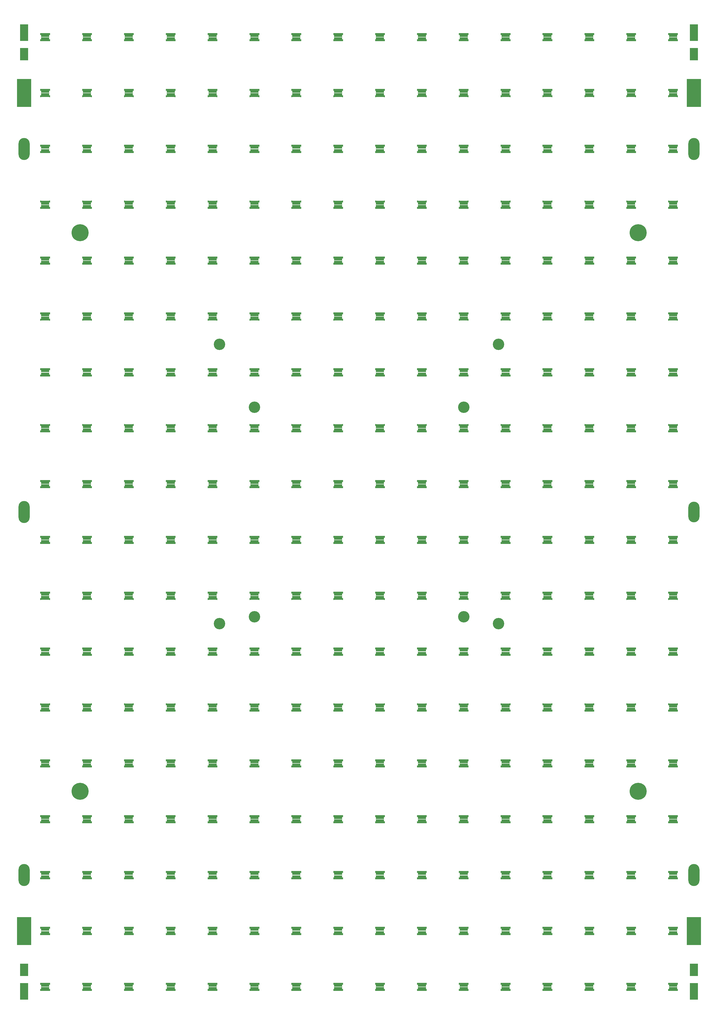
<source format=gts>
%FSLAX25Y25*%
%MOIN*%
G70*
G01*
G75*
G04 Layer_Color=8388736*
%ADD10R,0.10827X0.16929*%
%ADD11R,0.10827X0.22835*%
%ADD12R,0.11024X0.04921*%
%ADD13R,0.01378X0.02165*%
%ADD14R,0.19685X0.39370*%
%ADD15O,0.15748X0.31102*%
%ADD16O,0.15748X0.29134*%
%ADD17C,0.23622*%
%ADD18C,0.15748*%
%ADD19C,0.01181*%
%ADD20C,0.00100*%
%ADD21C,0.03937*%
%ADD22R,0.10630X0.04528*%
%ADD23R,0.00984X0.01772*%
%ADD24R,0.11221X0.17323*%
%ADD25R,0.11221X0.23228*%
%ADD26R,0.11417X0.05315*%
%ADD27R,0.01772X0.02559*%
%ADD28R,0.20079X0.39764*%
%ADD29C,0.24016*%
%ADD30C,0.16142*%
D15*
X-472441Y-511811D02*
D03*
X472441Y511811D02*
D03*
Y-511811D02*
D03*
X-472441Y511811D02*
D03*
Y0D02*
D03*
D16*
X472441D02*
D03*
D24*
X-472441Y-645177D02*
D03*
X472441D02*
D03*
X-472441Y645177D02*
D03*
X472441D02*
D03*
D25*
X-472441Y-675689D02*
D03*
X472441D02*
D03*
X-472441Y675689D02*
D03*
X472441D02*
D03*
D26*
X-442913Y672342D02*
D03*
Y666240D02*
D03*
X-383858Y672342D02*
D03*
Y666240D02*
D03*
X-324803Y672342D02*
D03*
Y666240D02*
D03*
X-265748Y672342D02*
D03*
Y666240D02*
D03*
X-206693Y672342D02*
D03*
Y666240D02*
D03*
X-147638Y672342D02*
D03*
Y666240D02*
D03*
X-88583Y672342D02*
D03*
Y666240D02*
D03*
X-29528Y672342D02*
D03*
Y666240D02*
D03*
X29528Y672342D02*
D03*
Y666240D02*
D03*
X88583Y672342D02*
D03*
Y666240D02*
D03*
X147638Y672342D02*
D03*
Y666240D02*
D03*
X206693Y672342D02*
D03*
Y666240D02*
D03*
X265748Y672342D02*
D03*
Y666240D02*
D03*
X324803Y672342D02*
D03*
Y666240D02*
D03*
X383858Y672342D02*
D03*
Y666240D02*
D03*
X442913Y672342D02*
D03*
Y666240D02*
D03*
X-442913Y593602D02*
D03*
Y587500D02*
D03*
X-383858Y593602D02*
D03*
Y587500D02*
D03*
X-324803Y593602D02*
D03*
Y587500D02*
D03*
X-265748Y593602D02*
D03*
Y587500D02*
D03*
X-206693Y593602D02*
D03*
Y587500D02*
D03*
X-147638Y593602D02*
D03*
Y587500D02*
D03*
X-88583Y593602D02*
D03*
Y587500D02*
D03*
X-29528Y593602D02*
D03*
Y587500D02*
D03*
X29528Y593602D02*
D03*
Y587500D02*
D03*
X88583Y593602D02*
D03*
Y587500D02*
D03*
X147638Y593602D02*
D03*
Y587500D02*
D03*
X206693Y593602D02*
D03*
Y587500D02*
D03*
X265748Y593602D02*
D03*
Y587500D02*
D03*
X324803Y593602D02*
D03*
Y587500D02*
D03*
X383858Y593602D02*
D03*
Y587500D02*
D03*
X442913Y593602D02*
D03*
Y587500D02*
D03*
X-442913Y514862D02*
D03*
Y508760D02*
D03*
X-383858Y514862D02*
D03*
Y508760D02*
D03*
X-324803Y514862D02*
D03*
Y508760D02*
D03*
X-265748Y514862D02*
D03*
Y508760D02*
D03*
X-206693Y514862D02*
D03*
Y508760D02*
D03*
X-147638Y514862D02*
D03*
Y508760D02*
D03*
X-88583Y514862D02*
D03*
Y508760D02*
D03*
X-29528Y514862D02*
D03*
Y508760D02*
D03*
X29528Y514862D02*
D03*
Y508760D02*
D03*
X88583Y514862D02*
D03*
Y508760D02*
D03*
X147638Y514862D02*
D03*
Y508760D02*
D03*
X206693Y514862D02*
D03*
Y508760D02*
D03*
X265748Y514862D02*
D03*
Y508760D02*
D03*
X324803Y514862D02*
D03*
Y508760D02*
D03*
X383858Y514862D02*
D03*
Y508760D02*
D03*
X442913Y514862D02*
D03*
Y508760D02*
D03*
X-442913Y436122D02*
D03*
Y430020D02*
D03*
X-383858Y436122D02*
D03*
Y430020D02*
D03*
X-324803Y436122D02*
D03*
Y430020D02*
D03*
X-265748Y436122D02*
D03*
Y430020D02*
D03*
X-206693Y436122D02*
D03*
Y430020D02*
D03*
X-147638Y436122D02*
D03*
Y430020D02*
D03*
X-88583Y436122D02*
D03*
Y430020D02*
D03*
X-29528Y436122D02*
D03*
Y430020D02*
D03*
X29528Y436122D02*
D03*
Y430020D02*
D03*
X88583Y436122D02*
D03*
Y430020D02*
D03*
X147638Y436122D02*
D03*
Y430020D02*
D03*
X206693Y436122D02*
D03*
Y430020D02*
D03*
X265748Y436122D02*
D03*
Y430020D02*
D03*
X324803Y436122D02*
D03*
Y430020D02*
D03*
X383858Y436122D02*
D03*
Y430020D02*
D03*
X442913Y436122D02*
D03*
Y430020D02*
D03*
X-442913Y357382D02*
D03*
Y351279D02*
D03*
X-383858Y357382D02*
D03*
Y351279D02*
D03*
X-324803Y357382D02*
D03*
Y351279D02*
D03*
X-265748Y357382D02*
D03*
Y351279D02*
D03*
X-206693Y357382D02*
D03*
Y351279D02*
D03*
X-147638Y357382D02*
D03*
Y351279D02*
D03*
X-88583Y357382D02*
D03*
Y351279D02*
D03*
X-29528Y357382D02*
D03*
Y351279D02*
D03*
X29528Y357382D02*
D03*
Y351279D02*
D03*
X88583Y357382D02*
D03*
Y351279D02*
D03*
X147638Y357382D02*
D03*
Y351279D02*
D03*
X206693Y357382D02*
D03*
Y351279D02*
D03*
X265748Y357382D02*
D03*
Y351279D02*
D03*
X324803Y357382D02*
D03*
Y351279D02*
D03*
X383858Y357382D02*
D03*
Y351279D02*
D03*
X442913Y357382D02*
D03*
Y351279D02*
D03*
X-442913Y278642D02*
D03*
Y272539D02*
D03*
X-383858Y278642D02*
D03*
Y272539D02*
D03*
X-324803Y278642D02*
D03*
Y272539D02*
D03*
X-265748Y278642D02*
D03*
Y272539D02*
D03*
X-206693Y278642D02*
D03*
Y272539D02*
D03*
X-147638Y278642D02*
D03*
Y272539D02*
D03*
X-88583Y278642D02*
D03*
Y272539D02*
D03*
X-29528Y278642D02*
D03*
Y272539D02*
D03*
X29528Y278642D02*
D03*
Y272539D02*
D03*
X88583Y278642D02*
D03*
Y272539D02*
D03*
X147638Y278642D02*
D03*
Y272539D02*
D03*
X206693Y278642D02*
D03*
Y272539D02*
D03*
X265748Y278642D02*
D03*
Y272539D02*
D03*
X324803Y278642D02*
D03*
Y272539D02*
D03*
X383858Y278642D02*
D03*
Y272539D02*
D03*
X442913Y278642D02*
D03*
Y272539D02*
D03*
X-442913Y199901D02*
D03*
Y193799D02*
D03*
X-383858Y199901D02*
D03*
Y193799D02*
D03*
X-324803Y199901D02*
D03*
Y193799D02*
D03*
X-265748Y199901D02*
D03*
Y193799D02*
D03*
X-206693Y199901D02*
D03*
Y193799D02*
D03*
X-147638Y199901D02*
D03*
Y193799D02*
D03*
X-88583Y199901D02*
D03*
Y193799D02*
D03*
X-29528Y199901D02*
D03*
Y193799D02*
D03*
X29528Y199901D02*
D03*
Y193799D02*
D03*
X88583Y199901D02*
D03*
Y193799D02*
D03*
X147638Y199901D02*
D03*
Y193799D02*
D03*
X206693Y199901D02*
D03*
Y193799D02*
D03*
X265748Y199901D02*
D03*
Y193799D02*
D03*
X324803Y199901D02*
D03*
Y193799D02*
D03*
X383858Y199901D02*
D03*
Y193799D02*
D03*
X442913Y199901D02*
D03*
Y193799D02*
D03*
X-442913Y121161D02*
D03*
Y115059D02*
D03*
X-383858Y121161D02*
D03*
Y115059D02*
D03*
X-324803Y121161D02*
D03*
Y115059D02*
D03*
X-265748Y121161D02*
D03*
Y115059D02*
D03*
X-206693Y121161D02*
D03*
Y115059D02*
D03*
X-147638Y121161D02*
D03*
Y115059D02*
D03*
X-88583Y121161D02*
D03*
Y115059D02*
D03*
X-29528Y121161D02*
D03*
Y115059D02*
D03*
X29528Y121161D02*
D03*
Y115059D02*
D03*
X88583Y121161D02*
D03*
Y115059D02*
D03*
X147638Y121161D02*
D03*
Y115059D02*
D03*
X206693Y121161D02*
D03*
Y115059D02*
D03*
X265748Y121161D02*
D03*
Y115059D02*
D03*
X324803Y121161D02*
D03*
Y115059D02*
D03*
X383858Y121161D02*
D03*
Y115059D02*
D03*
X442913Y121161D02*
D03*
Y115059D02*
D03*
X-442913Y42421D02*
D03*
Y36319D02*
D03*
X-383858Y42421D02*
D03*
Y36319D02*
D03*
X-324803Y42421D02*
D03*
Y36319D02*
D03*
X-265748Y42421D02*
D03*
Y36319D02*
D03*
X-206693Y42421D02*
D03*
Y36319D02*
D03*
X-147638Y42421D02*
D03*
Y36319D02*
D03*
X-88583Y42421D02*
D03*
Y36319D02*
D03*
X-29528Y42421D02*
D03*
Y36319D02*
D03*
X29528Y42421D02*
D03*
Y36319D02*
D03*
X88583Y42421D02*
D03*
Y36319D02*
D03*
X147638Y42421D02*
D03*
Y36319D02*
D03*
X206693Y42421D02*
D03*
Y36319D02*
D03*
X265748Y42421D02*
D03*
Y36319D02*
D03*
X324803Y42421D02*
D03*
Y36319D02*
D03*
X383858Y42421D02*
D03*
Y36319D02*
D03*
X442913Y42421D02*
D03*
Y36319D02*
D03*
X-442913Y-36319D02*
D03*
Y-42421D02*
D03*
X-383858Y-36319D02*
D03*
Y-42421D02*
D03*
X-324803Y-36319D02*
D03*
Y-42421D02*
D03*
X-265748Y-36319D02*
D03*
Y-42421D02*
D03*
X-206693Y-36319D02*
D03*
Y-42421D02*
D03*
X-147638Y-36319D02*
D03*
Y-42421D02*
D03*
X-88583Y-36319D02*
D03*
Y-42421D02*
D03*
X-29528Y-36319D02*
D03*
Y-42421D02*
D03*
X29528Y-36319D02*
D03*
Y-42421D02*
D03*
X88583Y-36319D02*
D03*
Y-42421D02*
D03*
X147638Y-36319D02*
D03*
Y-42421D02*
D03*
X206693Y-36319D02*
D03*
Y-42421D02*
D03*
X265748Y-36319D02*
D03*
Y-42421D02*
D03*
X324803Y-36319D02*
D03*
Y-42421D02*
D03*
X383858Y-36319D02*
D03*
Y-42421D02*
D03*
X442913Y-36319D02*
D03*
Y-42421D02*
D03*
X-442913Y-115059D02*
D03*
Y-121161D02*
D03*
X-383858Y-115059D02*
D03*
Y-121161D02*
D03*
X-324803Y-115059D02*
D03*
Y-121161D02*
D03*
X-265748Y-115059D02*
D03*
Y-121161D02*
D03*
X-206693Y-115059D02*
D03*
Y-121161D02*
D03*
X-147638Y-115059D02*
D03*
Y-121161D02*
D03*
X-88583Y-115059D02*
D03*
Y-121161D02*
D03*
X-29528Y-115059D02*
D03*
Y-121161D02*
D03*
X29528Y-115059D02*
D03*
Y-121161D02*
D03*
X88583Y-115059D02*
D03*
Y-121161D02*
D03*
X147638Y-115059D02*
D03*
Y-121161D02*
D03*
X206693Y-115059D02*
D03*
Y-121161D02*
D03*
X265748Y-115059D02*
D03*
Y-121161D02*
D03*
X324803Y-115059D02*
D03*
Y-121161D02*
D03*
X383858Y-115059D02*
D03*
Y-121161D02*
D03*
X442913Y-115059D02*
D03*
Y-121161D02*
D03*
X-442913Y-193799D02*
D03*
Y-199902D02*
D03*
X-383858Y-193799D02*
D03*
Y-199902D02*
D03*
X-324803Y-193799D02*
D03*
Y-199902D02*
D03*
X-265748Y-193799D02*
D03*
Y-199902D02*
D03*
X-206693Y-193799D02*
D03*
Y-199902D02*
D03*
X-147638Y-193799D02*
D03*
Y-199902D02*
D03*
X-88583Y-193799D02*
D03*
Y-199902D02*
D03*
X-29528Y-193799D02*
D03*
Y-199902D02*
D03*
X29528Y-193799D02*
D03*
Y-199902D02*
D03*
X88583Y-193799D02*
D03*
Y-199902D02*
D03*
X147638Y-193799D02*
D03*
Y-199902D02*
D03*
X206693Y-193799D02*
D03*
Y-199902D02*
D03*
X265748Y-193799D02*
D03*
Y-199902D02*
D03*
X324803Y-193799D02*
D03*
Y-199902D02*
D03*
X383858Y-193799D02*
D03*
Y-199902D02*
D03*
X442913Y-193799D02*
D03*
Y-199902D02*
D03*
X-442913Y-272539D02*
D03*
Y-278642D02*
D03*
X-383858Y-272539D02*
D03*
Y-278642D02*
D03*
X-324803Y-272539D02*
D03*
Y-278642D02*
D03*
X-265748Y-272539D02*
D03*
Y-278642D02*
D03*
X-206693Y-272539D02*
D03*
Y-278642D02*
D03*
X-147638Y-272539D02*
D03*
Y-278642D02*
D03*
X-88583Y-272539D02*
D03*
Y-278642D02*
D03*
X-29528Y-272539D02*
D03*
Y-278642D02*
D03*
X29528Y-272539D02*
D03*
Y-278642D02*
D03*
X88583Y-272539D02*
D03*
Y-278642D02*
D03*
X147638Y-272539D02*
D03*
Y-278642D02*
D03*
X206693Y-272539D02*
D03*
Y-278642D02*
D03*
X265748Y-272539D02*
D03*
Y-278642D02*
D03*
X324803Y-272539D02*
D03*
Y-278642D02*
D03*
X383858Y-272539D02*
D03*
Y-278642D02*
D03*
X442913Y-272539D02*
D03*
Y-278642D02*
D03*
X-442913Y-351280D02*
D03*
Y-357382D02*
D03*
X-383858Y-351280D02*
D03*
Y-357382D02*
D03*
X-324803Y-351280D02*
D03*
Y-357382D02*
D03*
X-265748Y-351280D02*
D03*
Y-357382D02*
D03*
X-206693Y-351280D02*
D03*
Y-357382D02*
D03*
X-147638Y-351280D02*
D03*
Y-357382D02*
D03*
X-88583Y-351280D02*
D03*
Y-357382D02*
D03*
X-29528Y-351280D02*
D03*
Y-357382D02*
D03*
X29528Y-351280D02*
D03*
Y-357382D02*
D03*
X88583Y-351280D02*
D03*
Y-357382D02*
D03*
X147638Y-351280D02*
D03*
Y-357382D02*
D03*
X206693Y-351280D02*
D03*
Y-357382D02*
D03*
X265748Y-351280D02*
D03*
Y-357382D02*
D03*
X324803Y-351280D02*
D03*
Y-357382D02*
D03*
X383858Y-351280D02*
D03*
Y-357382D02*
D03*
X442913Y-351280D02*
D03*
Y-357382D02*
D03*
X-442913Y-430020D02*
D03*
Y-436122D02*
D03*
X-383858Y-430020D02*
D03*
Y-436122D02*
D03*
X-324803Y-430020D02*
D03*
Y-436122D02*
D03*
X-265748Y-430020D02*
D03*
Y-436122D02*
D03*
X-206693Y-430020D02*
D03*
Y-436122D02*
D03*
X-147638Y-430020D02*
D03*
Y-436122D02*
D03*
X-88583Y-430020D02*
D03*
Y-436122D02*
D03*
X-29528Y-430020D02*
D03*
Y-436122D02*
D03*
X29528Y-430020D02*
D03*
Y-436122D02*
D03*
X88583Y-430020D02*
D03*
Y-436122D02*
D03*
X147638Y-430020D02*
D03*
Y-436122D02*
D03*
X206693Y-430020D02*
D03*
Y-436122D02*
D03*
X265748Y-430020D02*
D03*
Y-436122D02*
D03*
X324803Y-430020D02*
D03*
Y-436122D02*
D03*
X383858Y-430020D02*
D03*
Y-436122D02*
D03*
X442913Y-430020D02*
D03*
Y-436122D02*
D03*
X-442913Y-508760D02*
D03*
Y-514862D02*
D03*
X-383858Y-508760D02*
D03*
Y-514862D02*
D03*
X-324803Y-508760D02*
D03*
Y-514862D02*
D03*
X-265748Y-508760D02*
D03*
Y-514862D02*
D03*
X-206693Y-508760D02*
D03*
Y-514862D02*
D03*
X-147638Y-508760D02*
D03*
Y-514862D02*
D03*
X-88583Y-508760D02*
D03*
Y-514862D02*
D03*
X-29528Y-508760D02*
D03*
Y-514862D02*
D03*
X29528Y-508760D02*
D03*
Y-514862D02*
D03*
X88583Y-508760D02*
D03*
Y-514862D02*
D03*
X147638Y-508760D02*
D03*
Y-514862D02*
D03*
X206693Y-508760D02*
D03*
Y-514862D02*
D03*
X265748Y-508760D02*
D03*
Y-514862D02*
D03*
X324803Y-508760D02*
D03*
Y-514862D02*
D03*
X383858Y-508760D02*
D03*
Y-514862D02*
D03*
X442913Y-508760D02*
D03*
Y-514862D02*
D03*
X-442913Y-587500D02*
D03*
Y-593602D02*
D03*
X-383858Y-587500D02*
D03*
Y-593602D02*
D03*
X-324803Y-587500D02*
D03*
Y-593602D02*
D03*
X-265748Y-587500D02*
D03*
Y-593602D02*
D03*
X-206693Y-587500D02*
D03*
Y-593602D02*
D03*
X-147638Y-587500D02*
D03*
Y-593602D02*
D03*
X-88583Y-587500D02*
D03*
Y-593602D02*
D03*
X-29528Y-587500D02*
D03*
Y-593602D02*
D03*
X29528Y-587500D02*
D03*
Y-593602D02*
D03*
X88583Y-587500D02*
D03*
Y-593602D02*
D03*
X147638Y-587500D02*
D03*
Y-593602D02*
D03*
X206693Y-587500D02*
D03*
Y-593602D02*
D03*
X265748Y-587500D02*
D03*
Y-593602D02*
D03*
X324803Y-587500D02*
D03*
Y-593602D02*
D03*
X383858Y-587500D02*
D03*
Y-593602D02*
D03*
X442913Y-587500D02*
D03*
Y-593602D02*
D03*
X-442913Y-666240D02*
D03*
Y-672342D02*
D03*
X-383858Y-666240D02*
D03*
Y-672342D02*
D03*
X-324803Y-666240D02*
D03*
Y-672342D02*
D03*
X-265748Y-666240D02*
D03*
Y-672342D02*
D03*
X-206693Y-666240D02*
D03*
Y-672342D02*
D03*
X-147638Y-666240D02*
D03*
Y-672342D02*
D03*
X-88583Y-666240D02*
D03*
Y-672342D02*
D03*
X-29528Y-666240D02*
D03*
Y-672342D02*
D03*
X29528Y-666240D02*
D03*
Y-672342D02*
D03*
X88583Y-666240D02*
D03*
Y-672342D02*
D03*
X147638Y-666240D02*
D03*
Y-672342D02*
D03*
X206693Y-666240D02*
D03*
Y-672342D02*
D03*
X265748Y-666240D02*
D03*
Y-672342D02*
D03*
X324803Y-666240D02*
D03*
Y-672342D02*
D03*
X383858Y-666240D02*
D03*
Y-672342D02*
D03*
X442913Y-666240D02*
D03*
Y-672342D02*
D03*
D27*
X-449114Y673721D02*
D03*
X-436713D02*
D03*
X-449114Y664862D02*
D03*
X-436713D02*
D03*
X-390059Y673721D02*
D03*
X-377658D02*
D03*
X-390059Y664862D02*
D03*
X-377658D02*
D03*
X-331004Y673721D02*
D03*
X-318602D02*
D03*
X-331004Y664862D02*
D03*
X-318602D02*
D03*
X-271949Y673721D02*
D03*
X-259547D02*
D03*
X-271949Y664862D02*
D03*
X-259547D02*
D03*
X-212894Y673721D02*
D03*
X-200492D02*
D03*
X-212894Y664862D02*
D03*
X-200492D02*
D03*
X-153839Y673721D02*
D03*
X-141437D02*
D03*
X-153839Y664862D02*
D03*
X-141437D02*
D03*
X-94784Y673721D02*
D03*
X-82382D02*
D03*
X-94784Y664862D02*
D03*
X-82382D02*
D03*
X-35728Y673721D02*
D03*
X-23327D02*
D03*
X-35728Y664862D02*
D03*
X-23327D02*
D03*
X23327Y673720D02*
D03*
X35728D02*
D03*
X23327Y664862D02*
D03*
X35728D02*
D03*
X82382Y673720D02*
D03*
X94784D02*
D03*
X82382Y664862D02*
D03*
X94784D02*
D03*
X141437Y673720D02*
D03*
X153839D02*
D03*
X141437Y664862D02*
D03*
X153839D02*
D03*
X200492Y673720D02*
D03*
X212894D02*
D03*
X200492Y664862D02*
D03*
X212894D02*
D03*
X259547Y673720D02*
D03*
X271949D02*
D03*
X259547Y664862D02*
D03*
X271949D02*
D03*
X318602Y673720D02*
D03*
X331004D02*
D03*
X318602Y664862D02*
D03*
X331004D02*
D03*
X377658Y673720D02*
D03*
X390059D02*
D03*
X377658Y664862D02*
D03*
X390059D02*
D03*
X436713Y673720D02*
D03*
X449114D02*
D03*
X436713Y664862D02*
D03*
X449114D02*
D03*
X-449114Y594980D02*
D03*
X-436713D02*
D03*
X-449114Y586122D02*
D03*
X-436713D02*
D03*
X-390059Y594980D02*
D03*
X-377658D02*
D03*
X-390059Y586122D02*
D03*
X-377658D02*
D03*
X-331004Y594980D02*
D03*
X-318602D02*
D03*
X-331004Y586122D02*
D03*
X-318602D02*
D03*
X-271949Y594980D02*
D03*
X-259547D02*
D03*
X-271949Y586122D02*
D03*
X-259547D02*
D03*
X-212894Y594980D02*
D03*
X-200492D02*
D03*
X-212894Y586122D02*
D03*
X-200492D02*
D03*
X-153839Y594980D02*
D03*
X-141437D02*
D03*
X-153839Y586122D02*
D03*
X-141437D02*
D03*
X-94784Y594980D02*
D03*
X-82382D02*
D03*
X-94784Y586122D02*
D03*
X-82382D02*
D03*
X-35728Y594980D02*
D03*
X-23327D02*
D03*
X-35728Y586122D02*
D03*
X-23327D02*
D03*
X23327Y594980D02*
D03*
X35728D02*
D03*
X23327Y586122D02*
D03*
X35728D02*
D03*
X82382Y594980D02*
D03*
X94784D02*
D03*
X82382Y586122D02*
D03*
X94784D02*
D03*
X141437Y594980D02*
D03*
X153839D02*
D03*
X141437Y586122D02*
D03*
X153839D02*
D03*
X200492Y594980D02*
D03*
X212894D02*
D03*
X200492Y586122D02*
D03*
X212894D02*
D03*
X259547Y594980D02*
D03*
X271949D02*
D03*
X259547Y586122D02*
D03*
X271949D02*
D03*
X318602Y594980D02*
D03*
X331004D02*
D03*
X318602Y586122D02*
D03*
X331004D02*
D03*
X377658Y594980D02*
D03*
X390059D02*
D03*
X377658Y586122D02*
D03*
X390059D02*
D03*
X436713Y594980D02*
D03*
X449114D02*
D03*
X436713Y586122D02*
D03*
X449114D02*
D03*
X-449114Y516240D02*
D03*
X-436713D02*
D03*
X-449114Y507382D02*
D03*
X-436713D02*
D03*
X-390059Y516240D02*
D03*
X-377658D02*
D03*
X-390059Y507382D02*
D03*
X-377658D02*
D03*
X-331004Y516240D02*
D03*
X-318602D02*
D03*
X-331004Y507382D02*
D03*
X-318602D02*
D03*
X-271949Y516240D02*
D03*
X-259547D02*
D03*
X-271949Y507382D02*
D03*
X-259547D02*
D03*
X-212894Y516240D02*
D03*
X-200492D02*
D03*
X-212894Y507382D02*
D03*
X-200492D02*
D03*
X-153839Y516240D02*
D03*
X-141437D02*
D03*
X-153839Y507382D02*
D03*
X-141437D02*
D03*
X-94784Y516240D02*
D03*
X-82382D02*
D03*
X-94784Y507382D02*
D03*
X-82382D02*
D03*
X-35728Y516240D02*
D03*
X-23327D02*
D03*
X-35728Y507382D02*
D03*
X-23327D02*
D03*
X23327Y516240D02*
D03*
X35728D02*
D03*
X23327Y507382D02*
D03*
X35728D02*
D03*
X82382Y516240D02*
D03*
X94784D02*
D03*
X82382Y507382D02*
D03*
X94784D02*
D03*
X141437Y516240D02*
D03*
X153839D02*
D03*
X141437Y507382D02*
D03*
X153839D02*
D03*
X200492Y516240D02*
D03*
X212894D02*
D03*
X200492Y507382D02*
D03*
X212894D02*
D03*
X259547Y516240D02*
D03*
X271949D02*
D03*
X259547Y507382D02*
D03*
X271949D02*
D03*
X318602Y516240D02*
D03*
X331004D02*
D03*
X318602Y507382D02*
D03*
X331004D02*
D03*
X377658Y516240D02*
D03*
X390059D02*
D03*
X377658Y507382D02*
D03*
X390059D02*
D03*
X436713Y516240D02*
D03*
X449114D02*
D03*
X436713Y507382D02*
D03*
X449114D02*
D03*
X-449114Y437500D02*
D03*
X-436713D02*
D03*
X-449114Y428642D02*
D03*
X-436713D02*
D03*
X-390059Y437500D02*
D03*
X-377658D02*
D03*
X-390059Y428642D02*
D03*
X-377658D02*
D03*
X-331004Y437500D02*
D03*
X-318602D02*
D03*
X-331004Y428642D02*
D03*
X-318602D02*
D03*
X-271949Y437500D02*
D03*
X-259547D02*
D03*
X-271949Y428642D02*
D03*
X-259547D02*
D03*
X-212894Y437500D02*
D03*
X-200492D02*
D03*
X-212894Y428642D02*
D03*
X-200492D02*
D03*
X-153839Y437500D02*
D03*
X-141437D02*
D03*
X-153839Y428642D02*
D03*
X-141437D02*
D03*
X-94784Y437500D02*
D03*
X-82382D02*
D03*
X-94784Y428642D02*
D03*
X-82382D02*
D03*
X-35728Y437500D02*
D03*
X-23327D02*
D03*
X-35728Y428642D02*
D03*
X-23327D02*
D03*
X23327Y437500D02*
D03*
X35728D02*
D03*
X23327Y428642D02*
D03*
X35728D02*
D03*
X82382Y437500D02*
D03*
X94784D02*
D03*
X82382Y428642D02*
D03*
X94784D02*
D03*
X141437Y437500D02*
D03*
X153839D02*
D03*
X141437Y428642D02*
D03*
X153839D02*
D03*
X200492Y437500D02*
D03*
X212894D02*
D03*
X200492Y428642D02*
D03*
X212894D02*
D03*
X259547Y437500D02*
D03*
X271949D02*
D03*
X259547Y428642D02*
D03*
X271949D02*
D03*
X318602Y437500D02*
D03*
X331004D02*
D03*
X318602Y428642D02*
D03*
X331004D02*
D03*
X377658Y437500D02*
D03*
X390059D02*
D03*
X377658Y428642D02*
D03*
X390059D02*
D03*
X436713Y437500D02*
D03*
X449114D02*
D03*
X436713Y428642D02*
D03*
X449114D02*
D03*
X-449114Y358760D02*
D03*
X-436713D02*
D03*
X-449114Y349902D02*
D03*
X-436713D02*
D03*
X-390059Y358760D02*
D03*
X-377658D02*
D03*
X-390059Y349902D02*
D03*
X-377658D02*
D03*
X-331004Y358760D02*
D03*
X-318602D02*
D03*
X-331004Y349902D02*
D03*
X-318602D02*
D03*
X-271949Y358760D02*
D03*
X-259547D02*
D03*
X-271949Y349902D02*
D03*
X-259547D02*
D03*
X-212894Y358760D02*
D03*
X-200492D02*
D03*
X-212894Y349902D02*
D03*
X-200492D02*
D03*
X-153839Y358760D02*
D03*
X-141437D02*
D03*
X-153839Y349902D02*
D03*
X-141437D02*
D03*
X-94784Y358760D02*
D03*
X-82382D02*
D03*
X-94784Y349902D02*
D03*
X-82382D02*
D03*
X-35728Y358760D02*
D03*
X-23327D02*
D03*
X-35728Y349902D02*
D03*
X-23327D02*
D03*
X23327Y358760D02*
D03*
X35728D02*
D03*
X23327Y349902D02*
D03*
X35728D02*
D03*
X82382Y358760D02*
D03*
X94784D02*
D03*
X82382Y349902D02*
D03*
X94784D02*
D03*
X141437Y358760D02*
D03*
X153839D02*
D03*
X141437Y349902D02*
D03*
X153839D02*
D03*
X200492Y358760D02*
D03*
X212894D02*
D03*
X200492Y349902D02*
D03*
X212894D02*
D03*
X259547Y358760D02*
D03*
X271949D02*
D03*
X259547Y349902D02*
D03*
X271949D02*
D03*
X318602Y358760D02*
D03*
X331004D02*
D03*
X318602Y349902D02*
D03*
X331004D02*
D03*
X377658Y358760D02*
D03*
X390059D02*
D03*
X377658Y349902D02*
D03*
X390059D02*
D03*
X436713Y358760D02*
D03*
X449114D02*
D03*
X436713Y349902D02*
D03*
X449114D02*
D03*
X-449114Y280020D02*
D03*
X-436713D02*
D03*
X-449114Y271161D02*
D03*
X-436713D02*
D03*
X-390059Y280020D02*
D03*
X-377658D02*
D03*
X-390059Y271161D02*
D03*
X-377658D02*
D03*
X-331004Y280020D02*
D03*
X-318602D02*
D03*
X-331004Y271161D02*
D03*
X-318602D02*
D03*
X-271949Y280020D02*
D03*
X-259547D02*
D03*
X-271949Y271161D02*
D03*
X-259547D02*
D03*
X-212894Y280020D02*
D03*
X-200492D02*
D03*
X-212894Y271161D02*
D03*
X-200492D02*
D03*
X-153839Y280020D02*
D03*
X-141437D02*
D03*
X-153839Y271161D02*
D03*
X-141437D02*
D03*
X-94784Y280020D02*
D03*
X-82382D02*
D03*
X-94784Y271161D02*
D03*
X-82382D02*
D03*
X-35728Y280020D02*
D03*
X-23327D02*
D03*
X-35728Y271161D02*
D03*
X-23327D02*
D03*
X23327Y280020D02*
D03*
X35728D02*
D03*
X23327Y271161D02*
D03*
X35728D02*
D03*
X82382Y280020D02*
D03*
X94784D02*
D03*
X82382Y271161D02*
D03*
X94784D02*
D03*
X141437Y280020D02*
D03*
X153839D02*
D03*
X141437Y271161D02*
D03*
X153839D02*
D03*
X200492Y280020D02*
D03*
X212894D02*
D03*
X200492Y271161D02*
D03*
X212894D02*
D03*
X259547Y280020D02*
D03*
X271949D02*
D03*
X259547Y271161D02*
D03*
X271949D02*
D03*
X318602Y280020D02*
D03*
X331004D02*
D03*
X318602Y271161D02*
D03*
X331004D02*
D03*
X377658Y280020D02*
D03*
X390059D02*
D03*
X377658Y271161D02*
D03*
X390059D02*
D03*
X436713Y280020D02*
D03*
X449114D02*
D03*
X436713Y271161D02*
D03*
X449114D02*
D03*
X-449114Y201279D02*
D03*
X-436713D02*
D03*
X-449114Y192421D02*
D03*
X-436713D02*
D03*
X-390059Y201279D02*
D03*
X-377658D02*
D03*
X-390059Y192421D02*
D03*
X-377658D02*
D03*
X-331004Y201279D02*
D03*
X-318602D02*
D03*
X-331004Y192421D02*
D03*
X-318602D02*
D03*
X-271949Y201279D02*
D03*
X-259547D02*
D03*
X-271949Y192421D02*
D03*
X-259547D02*
D03*
X-212894Y201279D02*
D03*
X-200492D02*
D03*
X-212894Y192421D02*
D03*
X-200492D02*
D03*
X-153839Y201279D02*
D03*
X-141437D02*
D03*
X-153839Y192421D02*
D03*
X-141437D02*
D03*
X-94784Y201279D02*
D03*
X-82382D02*
D03*
X-94784Y192421D02*
D03*
X-82382D02*
D03*
X-35728Y201279D02*
D03*
X-23327D02*
D03*
X-35728Y192421D02*
D03*
X-23327D02*
D03*
X23327Y201279D02*
D03*
X35728D02*
D03*
X23327Y192421D02*
D03*
X35728D02*
D03*
X82382Y201279D02*
D03*
X94784D02*
D03*
X82382Y192421D02*
D03*
X94784D02*
D03*
X141437Y201279D02*
D03*
X153839D02*
D03*
X141437Y192421D02*
D03*
X153839D02*
D03*
X200492Y201279D02*
D03*
X212894D02*
D03*
X200492Y192421D02*
D03*
X212894D02*
D03*
X259547Y201279D02*
D03*
X271949D02*
D03*
X259547Y192421D02*
D03*
X271949D02*
D03*
X318602Y201279D02*
D03*
X331004D02*
D03*
X318602Y192421D02*
D03*
X331004D02*
D03*
X377658Y201279D02*
D03*
X390059D02*
D03*
X377658Y192421D02*
D03*
X390059D02*
D03*
X436713Y201279D02*
D03*
X449114D02*
D03*
X436713Y192421D02*
D03*
X449114D02*
D03*
X-449114Y122539D02*
D03*
X-436713D02*
D03*
X-449114Y113681D02*
D03*
X-436713D02*
D03*
X-390059Y122539D02*
D03*
X-377658D02*
D03*
X-390059Y113681D02*
D03*
X-377658D02*
D03*
X-331004Y122539D02*
D03*
X-318602D02*
D03*
X-331004Y113681D02*
D03*
X-318602D02*
D03*
X-271949Y122539D02*
D03*
X-259547D02*
D03*
X-271949Y113681D02*
D03*
X-259547D02*
D03*
X-212894Y122539D02*
D03*
X-200492D02*
D03*
X-212894Y113681D02*
D03*
X-200492D02*
D03*
X-153839Y122539D02*
D03*
X-141437D02*
D03*
X-153839Y113681D02*
D03*
X-141437D02*
D03*
X-94784Y122539D02*
D03*
X-82382D02*
D03*
X-94784Y113681D02*
D03*
X-82382D02*
D03*
X-35728Y122539D02*
D03*
X-23327D02*
D03*
X-35728Y113681D02*
D03*
X-23327D02*
D03*
X23327Y122539D02*
D03*
X35728D02*
D03*
X23327Y113681D02*
D03*
X35728D02*
D03*
X82382Y122539D02*
D03*
X94784D02*
D03*
X82382Y113681D02*
D03*
X94784D02*
D03*
X141437Y122539D02*
D03*
X153839D02*
D03*
X141437Y113681D02*
D03*
X153839D02*
D03*
X200492Y122539D02*
D03*
X212894D02*
D03*
X200492Y113681D02*
D03*
X212894D02*
D03*
X259547Y122539D02*
D03*
X271949D02*
D03*
X259547Y113681D02*
D03*
X271949D02*
D03*
X318602Y122539D02*
D03*
X331004D02*
D03*
X318602Y113681D02*
D03*
X331004D02*
D03*
X377658Y122539D02*
D03*
X390059D02*
D03*
X377658Y113681D02*
D03*
X390059D02*
D03*
X436713Y122539D02*
D03*
X449114D02*
D03*
X436713Y113681D02*
D03*
X449114D02*
D03*
X-449114Y43799D02*
D03*
X-436713D02*
D03*
X-449114Y34941D02*
D03*
X-436713D02*
D03*
X-390059Y43799D02*
D03*
X-377658D02*
D03*
X-390059Y34941D02*
D03*
X-377658D02*
D03*
X-331004Y43799D02*
D03*
X-318602D02*
D03*
X-331004Y34941D02*
D03*
X-318602D02*
D03*
X-271949Y43799D02*
D03*
X-259547D02*
D03*
X-271949Y34941D02*
D03*
X-259547D02*
D03*
X-212894Y43799D02*
D03*
X-200492D02*
D03*
X-212894Y34941D02*
D03*
X-200492D02*
D03*
X-153839Y43799D02*
D03*
X-141437D02*
D03*
X-153839Y34941D02*
D03*
X-141437D02*
D03*
X-94784Y43799D02*
D03*
X-82382D02*
D03*
X-94784Y34941D02*
D03*
X-82382D02*
D03*
X-35728Y43799D02*
D03*
X-23327D02*
D03*
X-35728Y34941D02*
D03*
X-23327D02*
D03*
X23327Y43799D02*
D03*
X35728D02*
D03*
X23327Y34941D02*
D03*
X35728D02*
D03*
X82382Y43799D02*
D03*
X94784D02*
D03*
X82382Y34941D02*
D03*
X94784D02*
D03*
X141437Y43799D02*
D03*
X153839D02*
D03*
X141437Y34941D02*
D03*
X153839D02*
D03*
X200492Y43799D02*
D03*
X212894D02*
D03*
X200492Y34941D02*
D03*
X212894D02*
D03*
X259547Y43799D02*
D03*
X271949D02*
D03*
X259547Y34941D02*
D03*
X271949D02*
D03*
X318602Y43799D02*
D03*
X331004D02*
D03*
X318602Y34941D02*
D03*
X331004D02*
D03*
X377658Y43799D02*
D03*
X390059D02*
D03*
X377658Y34941D02*
D03*
X390059D02*
D03*
X436713Y43799D02*
D03*
X449114D02*
D03*
X436713Y34941D02*
D03*
X449114D02*
D03*
X-449114Y-34941D02*
D03*
X-436713D02*
D03*
X-449114Y-43799D02*
D03*
X-436713D02*
D03*
X-390059Y-34941D02*
D03*
X-377658D02*
D03*
X-390059Y-43799D02*
D03*
X-377658D02*
D03*
X-331004Y-34941D02*
D03*
X-318602D02*
D03*
X-331004Y-43799D02*
D03*
X-318602D02*
D03*
X-271949Y-34941D02*
D03*
X-259547D02*
D03*
X-271949Y-43799D02*
D03*
X-259547D02*
D03*
X-212894Y-34941D02*
D03*
X-200492D02*
D03*
X-212894Y-43799D02*
D03*
X-200492D02*
D03*
X-153839Y-34941D02*
D03*
X-141437D02*
D03*
X-153839Y-43799D02*
D03*
X-141437D02*
D03*
X-94784Y-34941D02*
D03*
X-82382D02*
D03*
X-94784Y-43799D02*
D03*
X-82382D02*
D03*
X-35728Y-34941D02*
D03*
X-23327D02*
D03*
X-35728Y-43799D02*
D03*
X-23327D02*
D03*
X23327Y-34941D02*
D03*
X35728D02*
D03*
X23327Y-43799D02*
D03*
X35728D02*
D03*
X82382Y-34941D02*
D03*
X94784D02*
D03*
X82382Y-43799D02*
D03*
X94784D02*
D03*
X141437Y-34941D02*
D03*
X153839D02*
D03*
X141437Y-43799D02*
D03*
X153839D02*
D03*
X200492Y-34941D02*
D03*
X212894D02*
D03*
X200492Y-43799D02*
D03*
X212894D02*
D03*
X259547Y-34941D02*
D03*
X271949D02*
D03*
X259547Y-43799D02*
D03*
X271949D02*
D03*
X318602Y-34941D02*
D03*
X331004D02*
D03*
X318602Y-43799D02*
D03*
X331004D02*
D03*
X377658Y-34941D02*
D03*
X390059D02*
D03*
X377658Y-43799D02*
D03*
X390059D02*
D03*
X436713Y-34941D02*
D03*
X449114D02*
D03*
X436713Y-43799D02*
D03*
X449114D02*
D03*
X-449114Y-113681D02*
D03*
X-436713D02*
D03*
X-449114Y-122539D02*
D03*
X-436713D02*
D03*
X-390059Y-113681D02*
D03*
X-377658D02*
D03*
X-390059Y-122539D02*
D03*
X-377658D02*
D03*
X-331004Y-113681D02*
D03*
X-318602D02*
D03*
X-331004Y-122539D02*
D03*
X-318602D02*
D03*
X-271949Y-113681D02*
D03*
X-259547D02*
D03*
X-271949Y-122539D02*
D03*
X-259547D02*
D03*
X-212894Y-113681D02*
D03*
X-200492D02*
D03*
X-212894Y-122539D02*
D03*
X-200492D02*
D03*
X-153839Y-113681D02*
D03*
X-141437D02*
D03*
X-153839Y-122539D02*
D03*
X-141437D02*
D03*
X-94784Y-113681D02*
D03*
X-82382D02*
D03*
X-94784Y-122539D02*
D03*
X-82382D02*
D03*
X-35728Y-113681D02*
D03*
X-23327D02*
D03*
X-35728Y-122539D02*
D03*
X-23327D02*
D03*
X23327Y-113681D02*
D03*
X35728D02*
D03*
X23327Y-122539D02*
D03*
X35728D02*
D03*
X82382Y-113681D02*
D03*
X94784D02*
D03*
X82382Y-122539D02*
D03*
X94784D02*
D03*
X141437Y-113681D02*
D03*
X153839D02*
D03*
X141437Y-122539D02*
D03*
X153839D02*
D03*
X200492Y-113681D02*
D03*
X212894D02*
D03*
X200492Y-122539D02*
D03*
X212894D02*
D03*
X259547Y-113681D02*
D03*
X271949D02*
D03*
X259547Y-122539D02*
D03*
X271949D02*
D03*
X318602Y-113681D02*
D03*
X331004D02*
D03*
X318602Y-122539D02*
D03*
X331004D02*
D03*
X377658Y-113681D02*
D03*
X390059D02*
D03*
X377658Y-122539D02*
D03*
X390059D02*
D03*
X436713Y-113681D02*
D03*
X449114D02*
D03*
X436713Y-122539D02*
D03*
X449114D02*
D03*
X-449114Y-192421D02*
D03*
X-436713D02*
D03*
X-449114Y-201279D02*
D03*
X-436713D02*
D03*
X-390059Y-192421D02*
D03*
X-377658D02*
D03*
X-390059Y-201279D02*
D03*
X-377658D02*
D03*
X-331004Y-192421D02*
D03*
X-318602D02*
D03*
X-331004Y-201279D02*
D03*
X-318602D02*
D03*
X-271949Y-192421D02*
D03*
X-259547D02*
D03*
X-271949Y-201279D02*
D03*
X-259547D02*
D03*
X-212894Y-192421D02*
D03*
X-200492D02*
D03*
X-212894Y-201279D02*
D03*
X-200492D02*
D03*
X-153839Y-192421D02*
D03*
X-141437D02*
D03*
X-153839Y-201279D02*
D03*
X-141437D02*
D03*
X-94784Y-192421D02*
D03*
X-82382D02*
D03*
X-94784Y-201279D02*
D03*
X-82382D02*
D03*
X-35728Y-192421D02*
D03*
X-23327D02*
D03*
X-35728Y-201279D02*
D03*
X-23327D02*
D03*
X23327Y-192421D02*
D03*
X35728D02*
D03*
X23327Y-201279D02*
D03*
X35728D02*
D03*
X82382Y-192421D02*
D03*
X94784D02*
D03*
X82382Y-201279D02*
D03*
X94784D02*
D03*
X141437Y-192421D02*
D03*
X153839D02*
D03*
X141437Y-201279D02*
D03*
X153839D02*
D03*
X200492Y-192421D02*
D03*
X212894D02*
D03*
X200492Y-201279D02*
D03*
X212894D02*
D03*
X259547Y-192421D02*
D03*
X271949D02*
D03*
X259547Y-201279D02*
D03*
X271949D02*
D03*
X318602Y-192421D02*
D03*
X331004D02*
D03*
X318602Y-201279D02*
D03*
X331004D02*
D03*
X377658Y-192421D02*
D03*
X390059D02*
D03*
X377658Y-201279D02*
D03*
X390059D02*
D03*
X436713Y-192421D02*
D03*
X449114D02*
D03*
X436713Y-201279D02*
D03*
X449114D02*
D03*
X-449114Y-271162D02*
D03*
X-436713D02*
D03*
X-449114Y-280020D02*
D03*
X-436713D02*
D03*
X-390059Y-271162D02*
D03*
X-377658D02*
D03*
X-390059Y-280020D02*
D03*
X-377658D02*
D03*
X-331004Y-271162D02*
D03*
X-318602D02*
D03*
X-331004Y-280020D02*
D03*
X-318602D02*
D03*
X-271949Y-271162D02*
D03*
X-259547D02*
D03*
X-271949Y-280020D02*
D03*
X-259547D02*
D03*
X-212894Y-271162D02*
D03*
X-200492D02*
D03*
X-212894Y-280020D02*
D03*
X-200492D02*
D03*
X-153839Y-271162D02*
D03*
X-141437D02*
D03*
X-153839Y-280020D02*
D03*
X-141437D02*
D03*
X-94784Y-271162D02*
D03*
X-82382D02*
D03*
X-94784Y-280020D02*
D03*
X-82382D02*
D03*
X-35728Y-271162D02*
D03*
X-23327D02*
D03*
X-35728Y-280020D02*
D03*
X-23327D02*
D03*
X23327Y-271162D02*
D03*
X35728D02*
D03*
X23327Y-280020D02*
D03*
X35728D02*
D03*
X82382Y-271162D02*
D03*
X94784D02*
D03*
X82382Y-280020D02*
D03*
X94784D02*
D03*
X141437Y-271162D02*
D03*
X153839D02*
D03*
X141437Y-280020D02*
D03*
X153839D02*
D03*
X200492Y-271162D02*
D03*
X212894D02*
D03*
X200492Y-280020D02*
D03*
X212894D02*
D03*
X259547Y-271162D02*
D03*
X271949D02*
D03*
X259547Y-280020D02*
D03*
X271949D02*
D03*
X318602Y-271162D02*
D03*
X331004D02*
D03*
X318602Y-280020D02*
D03*
X331004D02*
D03*
X377658Y-271162D02*
D03*
X390059D02*
D03*
X377658Y-280020D02*
D03*
X390059D02*
D03*
X436713Y-271162D02*
D03*
X449114D02*
D03*
X436713Y-280020D02*
D03*
X449114D02*
D03*
X-449114Y-349902D02*
D03*
X-436713D02*
D03*
X-449114Y-358760D02*
D03*
X-436713D02*
D03*
X-390059Y-349902D02*
D03*
X-377658D02*
D03*
X-390059Y-358760D02*
D03*
X-377658D02*
D03*
X-331004Y-349902D02*
D03*
X-318602D02*
D03*
X-331004Y-358760D02*
D03*
X-318602D02*
D03*
X-271949Y-349902D02*
D03*
X-259547D02*
D03*
X-271949Y-358760D02*
D03*
X-259547D02*
D03*
X-212894Y-349902D02*
D03*
X-200492D02*
D03*
X-212894Y-358760D02*
D03*
X-200492D02*
D03*
X-153839Y-349902D02*
D03*
X-141437D02*
D03*
X-153839Y-358760D02*
D03*
X-141437D02*
D03*
X-94784Y-349902D02*
D03*
X-82382D02*
D03*
X-94784Y-358760D02*
D03*
X-82382D02*
D03*
X-35728Y-349902D02*
D03*
X-23327D02*
D03*
X-35728Y-358760D02*
D03*
X-23327D02*
D03*
X23327Y-349902D02*
D03*
X35728D02*
D03*
X23327Y-358760D02*
D03*
X35728D02*
D03*
X82382Y-349902D02*
D03*
X94784D02*
D03*
X82382Y-358760D02*
D03*
X94784D02*
D03*
X141437Y-349902D02*
D03*
X153839D02*
D03*
X141437Y-358760D02*
D03*
X153839D02*
D03*
X200492Y-349902D02*
D03*
X212894D02*
D03*
X200492Y-358760D02*
D03*
X212894D02*
D03*
X259547Y-349902D02*
D03*
X271949D02*
D03*
X259547Y-358760D02*
D03*
X271949D02*
D03*
X318602Y-349902D02*
D03*
X331004D02*
D03*
X318602Y-358760D02*
D03*
X331004D02*
D03*
X377658Y-349902D02*
D03*
X390059D02*
D03*
X377658Y-358760D02*
D03*
X390059D02*
D03*
X436713Y-349902D02*
D03*
X449114D02*
D03*
X436713Y-358760D02*
D03*
X449114D02*
D03*
X-449114Y-428642D02*
D03*
X-436713D02*
D03*
X-449114Y-437500D02*
D03*
X-436713D02*
D03*
X-390059Y-428642D02*
D03*
X-377658D02*
D03*
X-390059Y-437500D02*
D03*
X-377658D02*
D03*
X-331004Y-428642D02*
D03*
X-318602D02*
D03*
X-331004Y-437500D02*
D03*
X-318602D02*
D03*
X-271949Y-428642D02*
D03*
X-259547D02*
D03*
X-271949Y-437500D02*
D03*
X-259547D02*
D03*
X-212894Y-428642D02*
D03*
X-200492D02*
D03*
X-212894Y-437500D02*
D03*
X-200492D02*
D03*
X-153839Y-428642D02*
D03*
X-141437D02*
D03*
X-153839Y-437500D02*
D03*
X-141437D02*
D03*
X-94784Y-428642D02*
D03*
X-82382D02*
D03*
X-94784Y-437500D02*
D03*
X-82382D02*
D03*
X-35728Y-428642D02*
D03*
X-23327D02*
D03*
X-35728Y-437500D02*
D03*
X-23327D02*
D03*
X23327Y-428642D02*
D03*
X35728D02*
D03*
X23327Y-437500D02*
D03*
X35728D02*
D03*
X82382Y-428642D02*
D03*
X94784D02*
D03*
X82382Y-437500D02*
D03*
X94784D02*
D03*
X141437Y-428642D02*
D03*
X153839D02*
D03*
X141437Y-437500D02*
D03*
X153839D02*
D03*
X200492Y-428642D02*
D03*
X212894D02*
D03*
X200492Y-437500D02*
D03*
X212894D02*
D03*
X259547Y-428642D02*
D03*
X271949D02*
D03*
X259547Y-437500D02*
D03*
X271949D02*
D03*
X318602Y-428642D02*
D03*
X331004D02*
D03*
X318602Y-437500D02*
D03*
X331004D02*
D03*
X377658Y-428642D02*
D03*
X390059D02*
D03*
X377658Y-437500D02*
D03*
X390059D02*
D03*
X436713Y-428642D02*
D03*
X449114D02*
D03*
X436713Y-437500D02*
D03*
X449114D02*
D03*
X-449114Y-507382D02*
D03*
X-436713D02*
D03*
X-449114Y-516240D02*
D03*
X-436713D02*
D03*
X-390059Y-507382D02*
D03*
X-377658D02*
D03*
X-390059Y-516240D02*
D03*
X-377658D02*
D03*
X-331004Y-507382D02*
D03*
X-318602D02*
D03*
X-331004Y-516240D02*
D03*
X-318602D02*
D03*
X-271949Y-507382D02*
D03*
X-259547D02*
D03*
X-271949Y-516240D02*
D03*
X-259547D02*
D03*
X-212894Y-507382D02*
D03*
X-200492D02*
D03*
X-212894Y-516240D02*
D03*
X-200492D02*
D03*
X-153839Y-507382D02*
D03*
X-141437D02*
D03*
X-153839Y-516240D02*
D03*
X-141437D02*
D03*
X-94784Y-507382D02*
D03*
X-82382D02*
D03*
X-94784Y-516240D02*
D03*
X-82382D02*
D03*
X-35728Y-507382D02*
D03*
X-23327D02*
D03*
X-35728Y-516240D02*
D03*
X-23327D02*
D03*
X23327Y-507382D02*
D03*
X35728D02*
D03*
X23327Y-516240D02*
D03*
X35728D02*
D03*
X82382Y-507382D02*
D03*
X94784D02*
D03*
X82382Y-516240D02*
D03*
X94784D02*
D03*
X141437Y-507382D02*
D03*
X153839D02*
D03*
X141437Y-516240D02*
D03*
X153839D02*
D03*
X200492Y-507382D02*
D03*
X212894D02*
D03*
X200492Y-516240D02*
D03*
X212894D02*
D03*
X259547Y-507382D02*
D03*
X271949D02*
D03*
X259547Y-516240D02*
D03*
X271949D02*
D03*
X318602Y-507382D02*
D03*
X331004D02*
D03*
X318602Y-516240D02*
D03*
X331004D02*
D03*
X377658Y-507382D02*
D03*
X390059D02*
D03*
X377658Y-516240D02*
D03*
X390059D02*
D03*
X436713Y-507382D02*
D03*
X449114D02*
D03*
X436713Y-516240D02*
D03*
X449114D02*
D03*
X-449114Y-586122D02*
D03*
X-436713D02*
D03*
X-449114Y-594980D02*
D03*
X-436713D02*
D03*
X-390059Y-586122D02*
D03*
X-377658D02*
D03*
X-390059Y-594980D02*
D03*
X-377658D02*
D03*
X-331004Y-586122D02*
D03*
X-318602D02*
D03*
X-331004Y-594980D02*
D03*
X-318602D02*
D03*
X-271949Y-586122D02*
D03*
X-259547D02*
D03*
X-271949Y-594980D02*
D03*
X-259547D02*
D03*
X-212894Y-586122D02*
D03*
X-200492D02*
D03*
X-212894Y-594980D02*
D03*
X-200492D02*
D03*
X-153839Y-586122D02*
D03*
X-141437D02*
D03*
X-153839Y-594980D02*
D03*
X-141437D02*
D03*
X-94784Y-586122D02*
D03*
X-82382D02*
D03*
X-94784Y-594980D02*
D03*
X-82382D02*
D03*
X-35728Y-586122D02*
D03*
X-23327D02*
D03*
X-35728Y-594980D02*
D03*
X-23327D02*
D03*
X23327Y-586122D02*
D03*
X35728D02*
D03*
X23327Y-594980D02*
D03*
X35728D02*
D03*
X82382Y-586122D02*
D03*
X94784D02*
D03*
X82382Y-594980D02*
D03*
X94784D02*
D03*
X141437Y-586122D02*
D03*
X153839D02*
D03*
X141437Y-594980D02*
D03*
X153839D02*
D03*
X200492Y-586122D02*
D03*
X212894D02*
D03*
X200492Y-594980D02*
D03*
X212894D02*
D03*
X259547Y-586122D02*
D03*
X271949D02*
D03*
X259547Y-594980D02*
D03*
X271949D02*
D03*
X318602Y-586122D02*
D03*
X331004D02*
D03*
X318602Y-594980D02*
D03*
X331004D02*
D03*
X377658Y-586122D02*
D03*
X390059D02*
D03*
X377658Y-594980D02*
D03*
X390059D02*
D03*
X436713Y-586122D02*
D03*
X449114D02*
D03*
X436713Y-594980D02*
D03*
X449114D02*
D03*
X-449114Y-664862D02*
D03*
X-436713D02*
D03*
X-449114Y-673720D02*
D03*
X-436713D02*
D03*
X-390059Y-664862D02*
D03*
X-377658D02*
D03*
X-390059Y-673720D02*
D03*
X-377658D02*
D03*
X-331004Y-664862D02*
D03*
X-318602D02*
D03*
X-331004Y-673720D02*
D03*
X-318602D02*
D03*
X-271949Y-664862D02*
D03*
X-259547D02*
D03*
X-271949Y-673720D02*
D03*
X-259547D02*
D03*
X-212894Y-664862D02*
D03*
X-200492D02*
D03*
X-212894Y-673720D02*
D03*
X-200492D02*
D03*
X-153839Y-664862D02*
D03*
X-141437D02*
D03*
X-153839Y-673720D02*
D03*
X-141437D02*
D03*
X-94784Y-664862D02*
D03*
X-82382D02*
D03*
X-94784Y-673720D02*
D03*
X-82382D02*
D03*
X-35728Y-664862D02*
D03*
X-23327D02*
D03*
X-35728Y-673720D02*
D03*
X-23327D02*
D03*
X23327Y-664862D02*
D03*
X35728D02*
D03*
X23327Y-673720D02*
D03*
X35728D02*
D03*
X82382Y-664862D02*
D03*
X94784D02*
D03*
X82382Y-673720D02*
D03*
X94784D02*
D03*
X141437Y-664862D02*
D03*
X153839D02*
D03*
X141437Y-673720D02*
D03*
X153839D02*
D03*
X200492Y-664862D02*
D03*
X212894D02*
D03*
X200492Y-673720D02*
D03*
X212894D02*
D03*
X259547Y-664862D02*
D03*
X271949D02*
D03*
X259547Y-673720D02*
D03*
X271949D02*
D03*
X318602Y-664862D02*
D03*
X331004D02*
D03*
X318602Y-673720D02*
D03*
X331004D02*
D03*
X377658Y-664862D02*
D03*
X390059D02*
D03*
X377658Y-673720D02*
D03*
X390059D02*
D03*
X436713Y-664862D02*
D03*
X449114D02*
D03*
X436713Y-673720D02*
D03*
X449114D02*
D03*
D28*
X-472441Y590551D02*
D03*
X472441D02*
D03*
Y-590551D02*
D03*
X-472441D02*
D03*
D29*
X-393701Y393701D02*
D03*
Y-393701D02*
D03*
X393701D02*
D03*
Y393701D02*
D03*
D30*
X-147638Y147638D02*
D03*
X-196850Y236221D02*
D03*
X-147638Y-147638D02*
D03*
X-196850Y-157480D02*
D03*
X147638Y-147638D02*
D03*
X196851Y-157480D02*
D03*
X147638Y147638D02*
D03*
X196850Y236221D02*
D03*
M02*

</source>
